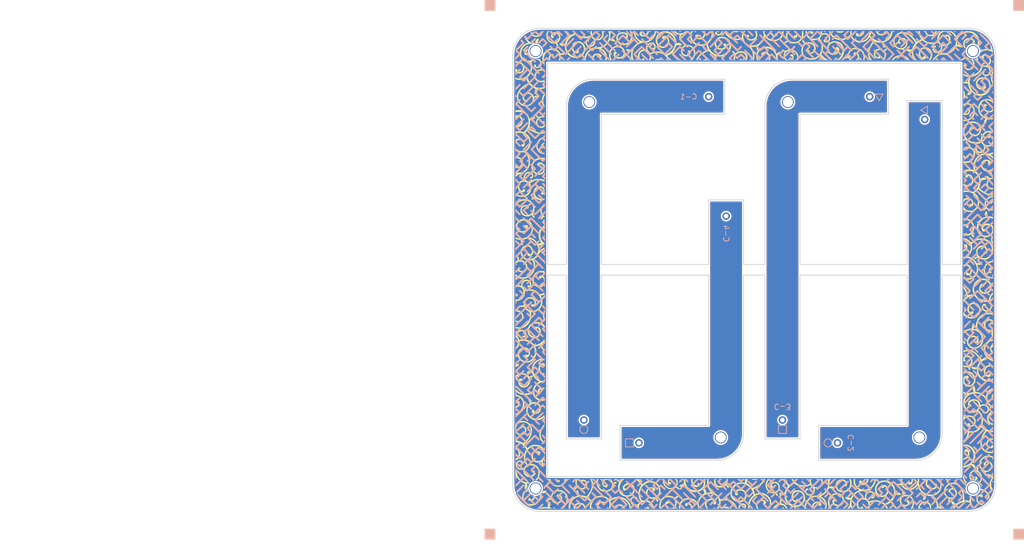
<source format=kicad_pcb>
(kicad_pcb (version 20211014) (generator pcbnew)
  (title_block (title "Kasumigasane Keypad") (company "@e3w2q"))
  (layers (0 "F.Cu" signal) (31 "B.Cu" signal) (34 "B.Paste" user) (35 "F.Paste" user) (36 "B.SilkS" user "B.Silkscreen") (37 "F.SilkS" user "F.Silkscreen") (38 "B.Mask" user) (39 "F.Mask" user) (44 "Edge.Cuts" user))
  (net 0 "")
  (footprint "#footprint:M2_ThroughHole" (layer "F.Cu") (at 25.75 25.75)
    (fp_text reference "" hide)
    (fp_text value "" hide)
    (pad "" thru_hole circle (at 0 0) (size 2.2 2.2) (drill 1.88) (layers *.Cu *.Mask))
  )
  (footprint "#footprint:1pin_conn_rev3" (layer "F.Cu") (at 34.75 94.5 90)
    (fp_text reference "" hide)
    (fp_text value "" hide)
    (pad "" thru_hole circle (at 0 0 90) (size 1.4 1.4) (drill 0.8128) (layers *.Cu *.Mask))
  )
  (footprint "#footprint:M2_ThroughHole" (layer "F.Cu") (at 35.75 35.25)
    (fp_text reference "" hide)
    (fp_text value "" hide)
  )
  (footprint "#footprint:1pin_conn_rev3" (layer "F.Cu") (at 61.25 82.5 -90)
    (fp_text reference "" hide)
    (fp_text value "" hide)
  )
  (footprint "#footprint:1pin_conn_rev3" (layer "F.Cu") (at 51 34.25 180)
    (fp_text reference "" hide)
    (fp_text value "" hide)
  )
  (footprint "#footprint:1pin_conn_rev3" (layer "F.Cu") (at 108.25 41 90)
    (fp_text reference "" hide)
    (fp_text value "" hide)
  )
  (footprint "#footprint:1pin_conn_rev3" (layer "F.Cu") (at 88 34.25 180)
    (fp_text reference "" hide)
    (fp_text value "" hide)
    (pad "" thru_hole circle (at 0 0 180) (size 1.4 1.4) (drill 0.8128) (layers *.Cu *.Mask))
  )
  (footprint "#footprint:1pin_conn_rev3" (layer "F.Cu") (at 34.75 50.5 90)
    (fp_text reference "" hide)
    (fp_text value "" hide)
  )
  (footprint "#footprint:1pin_conn_rev3" (layer "F.Cu") (at 98.25 38.5 180)
    (fp_text reference "" hide)
    (fp_text value "" hide)
    (pad "" thru_hole circle (at 0 0 180) (size 1.4 1.4) (drill 0.8128) (layers *.Cu *.Mask))
  )
  (footprint "#footprint:1pin_conn_rev3" (layer "F.Cu") (at 92 108.25)
    (fp_text reference "" hide)
    (fp_text value "" hide)
  )
  (footprint "#footprint:1pin_conn_rev3" (layer "F.Cu") (at 108.25 92 -90)
    (fp_text reference "" hide)
    (fp_text value "" hide)
  )
  (footprint "#footprint:M2_ThroughHole" (layer "F.Cu") (at 25.75 25.75)
    (fp_text reference "" hide)
    (fp_text value "" hide)
    (pad "" thru_hole circle (at 0 0) (size 2.2 2.2) (drill 1.88) (layers *.Cu *.Mask))
  )
  (footprint "#footprint:KG-1-karakusa" (layer "F.Cu") (at 66.5 66.5)
    (fp_text reference "G***")
    (fp_text value "LOGO" hide)
  )
  (footprint "#footprint:M2_ThroughHole" (layer "F.Cu") (at 97.25 97.75 180)
    (fp_text reference "" hide)
    (fp_text value "" hide)
    (pad "" thru_hole circle (at 0 0 180) (size 2.2 2.2) (drill 1.88) (layers *.Cu *.Mask))
  )
  (footprint "#footprint:1pin_conn_rev3" (layer "F.Cu") (at 92 24.75)
    (fp_text reference "" hide)
    (fp_text value "" hide)
  )
  (footprint "#footprint:1pin_conn_rev3" (layer "F.Cu") (at 24.75 92 -90)
    (fp_text reference "" hide)
    (fp_text value "" hide)
  )
  (footprint "#footprint:M2_ThroughHole" (layer "F.Cu") (at 25.75 107.25 90)
    (fp_text reference "" hide)
    (fp_text value "" hide)
    (pad "" thru_hole circle (at 0 0 90) (size 2.2 2.2) (drill 1.88) (layers *.Cu *.Mask))
  )
  (footprint "#footprint:1pin_conn_rev3" (layer "F.Cu") (at 71.75 50.5 90)
    (fp_text reference "" hide)
    (fp_text value "" hide)
  )
  (footprint "#footprint:1pin_conn_rev3" (layer "F.Cu") (at 58 34.25 90)
    (fp_text reference "" hide)
    (fp_text value "" hide)
    (pad "" thru_hole circle (at 0 0 90) (size 1.4 1.4) (drill 0.8128) (layers *.Cu *.Mask))
  )
  (footprint "#footprint:M2_ThroughHole" (layer "F.Cu") (at 72.75 35.25)
    (fp_text reference "" hide)
    (fp_text value "" hide)
    (pad "" thru_hole circle (at 0 0) (size 2.2 2.2) (drill 1.88) (layers *.Cu *.Mask))
  )
  (footprint "#footprint:1pin_conn_rev3" (layer "F.Cu") (at 51 34.25 180)
    (fp_text reference "" hide)
    (fp_text value "" hide)
  )
  (footprint "#footprint:1pin_conn_rev3" (layer "F.Cu") (at 45 98.75)
    (fp_text reference "" hide)
    (fp_text value "" hide)
    (pad "" thru_hole circle (at 0 0) (size 1.4 1.4) (drill 0.8128) (layers *.Cu *.Mask))
  )
  (footprint "#footprint:1pin_conn_rev3" (layer "F.Cu") (at 71.75 50.5 90)
    (fp_text reference "" hide)
    (fp_text value "" hide)
  )
  (footprint "#footprint:M2_ThroughHole" (layer "F.Cu") (at 25.75 107.25 90)
    (fp_text reference "" hide)
    (fp_text value "" hide)
    (pad "" thru_hole circle (at 0 0 90) (size 2.2 2.2) (drill 1.88) (layers *.Cu *.Mask))
  )
  (footprint "#footprint:M2_ThroughHole" (layer "F.Cu") (at 107.25 107.25 180)
    (fp_text reference "" hide)
    (fp_text value "" hide)
    (pad "" thru_hole circle (at 0 0 180) (size 2.2 2.2) (drill 1.88) (layers *.Cu *.Mask))
  )
  (footprint "#footprint:M2_ThroughHole" (layer "F.Cu") (at 60.25 97.75 180)
    (fp_text reference "" hide)
    (fp_text value "" hide)
    (pad "" thru_hole circle (at 0 0 180) (size 2.2 2.2) (drill 1.88) (layers *.Cu *.Mask))
  )
  (footprint "#footprint:1pin_conn_rev3" (layer "F.Cu") (at 24.75 41 90)
    (fp_text reference "" hide)
    (fp_text value "" hide)
  )
  (footprint "#footprint:1pin_conn_rev3" (layer "F.Cu") (at 41 108.25 180)
    (fp_text reference "" hide)
    (fp_text value "" hide)
  )
  (footprint "#footprint:1pin_conn_rev3" (layer "F.Cu") (at 71.75 94.5 -90)
    (fp_text reference "" hide)
    (fp_text value "" hide)
    (pad "" thru_hole circle (at 0 0 270) (size 1.4 1.4) (drill 0.8128) (layers *.Cu *.Mask))
  )
  (footprint "#footprint:M2_ThroughHole" (layer "F.Cu") (at 35.75 35.25)
    (fp_text reference "" hide)
    (fp_text value "" hide)
    (pad "" thru_hole circle (at 0 0) (size 2.2 2.2) (drill 1.88) (layers *.Cu *.Mask))
  )
  (footprint "#footprint:1pin_conn_rev3" (layer "F.Cu") (at 82 98.75)
    (fp_text reference "" hide)
    (fp_text value "" hide)
    (pad "" thru_hole circle (at 0 0) (size 1.4 1.4) (drill 0.8128) (layers *.Cu *.Mask))
  )
  (footprint "#footprint:1pin_conn_rev3" (layer "F.Cu") (at 61.25 56.5)
    (fp_text reference "" hide)
    (fp_text value "" hide)
    (pad "" thru_hole circle (at 0 0) (size 1.4 1.4) (drill 0.8128) (layers *.Cu *.Mask))
  )
  (footprint "#footprint:M2_ThroughHole" (layer "F.Cu") (at 107.25 107.25 180)
    (fp_text reference "" hide)
    (fp_text value "" hide)
    (pad "" thru_hole circle (at 0 0 180) (size 2.2 2.2) (drill 1.88) (layers *.Cu *.Mask))
  )
  (footprint "#footprint:M2_ThroughHole" (layer "F.Cu") (at 107.25 25.75 -90)
    (fp_text reference "" hide)
    (fp_text value "" hide)
    (pad "" thru_hole circle (at 0 0 270) (size 2.2 2.2) (drill 1.88) (layers *.Cu *.Mask))
  )
  (footprint "#footprint:1pin_conn_rev3" (layer "F.Cu") (at 41 24.75 180)
    (fp_text reference "" hide)
    (fp_text value "" hide)
  )
  (footprint "#footprint:KG-4-maze" (layer "B.Cu") (at 66.5 66.5 180)
    (fp_text reference "G***")
    (fp_text value "LOGO" hide)
  )
  (gr_rect (start 42.5 98) (end 44 99.5) (layer "B.SilkS") (width 0.15) (fill none))
  (gr_line (start 98.75 36) (end 97.5 36.75) (layer "B.SilkS") (width 0.15))
  (gr_circle (center 34.75 96.25) (end 35.5 96.25) (layer "B.SilkS") (width 0.15) (fill none))
  (gr_line (start 89 33.75) (end 90.5 33.75) (layer "B.SilkS") (width 0.15))
  (gr_line (start 98.75 36) (end 98.75 37.5) (layer "B.SilkS") (width 0.15))
  (gr_rect (start 72.5 95.5) (end 71 97) (layer "B.SilkS") (width 0.15) (fill none))
  (gr_line (start 89 33.75) (end 89.75 35) (layer "B.SilkS") (width 0.15))
  (gr_line (start 98.75 37.5) (end 97.5 36.75) (layer "B.SilkS") (width 0.15))
  (gr_circle (center 80.25 98.75) (end 81 98.75) (layer "B.SilkS") (width 0.15) (fill none))
  (gr_line (start 90.5 33.75) (end 89.75 35) (layer "B.SilkS") (width 0.15))
  (gr_line (start 31.5 67.5) (end 31.5 98) (layer "Edge.Cuts") (width 0.15))
  (gr_line (start 28 105) (end 28 67.5) (layer "Edge.Cuts") (width 0.15))
  (gr_line (start 58 53.5) (end 64.5 53.5) (layer "Edge.Cuts") (width 0.15))
  (gr_line (start 105 67.5) (end 105 105) (layer "Edge.Cuts") (width 0.15))
  (gr_arc (start 106.5 21.5) (mid 110.035534 22.964466) (end 111.5 26.5) (layer "Edge.Cuts") (width 0.15))
  (gr_line (start 26.5 111.5) (end 106.5 111.5) (layer "Edge.Cuts") (width 0.15))
  (gr_line (start 26.5 21.5) (end 106.5 21.5) (layer "Edge.Cuts") (width 0.15))
  (gr_line (start 101.5 65.5) (end 105 65.5) (layer "Edge.Cuts") (width 0.15))
  (gr_line (start 64.5 65.5) (end 64.5 53.5) (layer "Edge.Cuts") (width 0.15))
  (gr_line (start 58 53.5) (end 58 65.5) (layer "Edge.Cuts") (width 0.15))
  (gr_arc (start 64.5 97) (mid 63.035534 100.535534) (end 59.5 102) (layer "Edge.Cuts") (width 0.15))
  (gr_line (start 61 31) (end 36.5 31) (layer "Edge.Cuts") (width 0.15))
  (gr_line (start 78.5 102) (end 78.5 95.5) (layer "Edge.Cuts") (width 0.15))
  (gr_line (start 38 37.5) (end 38 65.5) (layer "Edge.Cuts") (width 0.15))
  (gr_line (start 64.5 65.5) (end 68.5 65.5) (layer "Edge.Cuts") (width 0.15))
  (gr_line (start 58 67.5) (end 58 95.5) (layer "Edge.Cuts") (width 0.15))
  (gr_line (start 105 65.5) (end 105 28) (layer "Edge.Cuts") (width 0.15))
  (gr_line (start 101.5 65.5) (end 101.5 35) (layer "Edge.Cuts") (width 0.15))
  (gr_line (start 64.5 67.5) (end 68.5 67.5) (layer "Edge.Cuts") (width 0.15))
  (gr_line (start 101.5 97) (end 101.5 67.5) (layer "Edge.Cuts") (width 0.15))
  (gr_line (start 75 98) (end 75 67.5) (layer "Edge.Cuts") (width 0.15))
  (gr_line (start 28 65.5) (end 31.5 65.5) (layer "Edge.Cuts") (width 0.15))
  (gr_line (start 75 67.5) (end 95 67.5) (layer "Edge.Cuts") (width 0.15))
  (gr_arc (start 68.5 36) (mid 69.964466 32.464466) (end 73.5 31) (layer "Edge.Cuts") (width 0.15))
  (gr_line (start 91.5 31) (end 91.5 37.5) (layer "Edge.Cuts") (width 0.15))
  (gr_line (start 58 65.5) (end 38 65.5) (layer "Edge.Cuts") (width 0.15))
  (gr_arc (start 31.5 36) (mid 32.964466 32.464466) (end 36.5 31) (layer "Edge.Cuts") (width 0.15))
  (gr_arc (start 111.5 106.5) (mid 110.035534 110.035534) (end 106.5 111.5) (layer "Edge.Cuts") (width 0.15))
  (gr_line (start 78.5 95.5) (end 95 95.5) (layer "Edge.Cuts") (width 0.15))
  (gr_line (start 28 65.5) (end 28 28) (layer "Edge.Cuts") (width 0.15))
  (gr_line (start 75 65.5) (end 95 65.5) (layer "Edge.Cuts") (width 0.15))
  (gr_line (start 58 67.5) (end 38 67.5) (layer "Edge.Cuts") (width 0.15))
  (gr_line (start 68.5 65.5) (end 68.5 36) (layer "Edge.Cuts") (width 0.15))
  (gr_line (start 78.5 102) (end 96.5 102) (layer "Edge.Cuts") (width 0.15))
  (gr_line (start 95 67.5) (end 95 95.5) (layer "Edge.Cuts") (width 0.15))
  (gr_line (start 68.5 67.5) (end 68.5 98) (layer "Edge.Cuts") (width 0.15))
  (gr_line (start 41.5 102) (end 41.5 95.5) (layer "Edge.Cuts") (width 0.15))
  (gr_line (start 61 37.5) (end 61 31) (layer "Edge.Cuts") (width 0.15))
  (gr_line (start 64.5 67.5) (end 64.5 97) (layer "Edge.Cuts") (width 0.15))
  (gr_line (start 31.5 36) (end 31.5 65.5) (layer "Edge.Cuts") (width 0.15))
  (gr_line (start 28 67.5) (end 31.5 67.5) (layer "Edge.Cuts") (width 0.15))
  (gr_line (start 91.5 31) (end 73.5 31) (layer "Edge.Cuts") (width 0.15))
  (gr_line (start 59.5 102) (end 41.5 102) (layer "Edge.Cuts") (width 0.15))
  (gr_line (start 68.5 98) (end 75 98) (layer "Edge.Cuts") (width 0.15))
  (gr_line (start 91.5 37.5) (end 75 37.5) (layer "Edge.Cuts") (width 0.15))
  (gr_line (start 38 98) (end 38 67.5) (layer "Edge.Cuts") (width 0.15))
  (gr_arc (start 21.5 26.5) (mid 22.964466 22.964466) (end 26.5 21.5) (layer "Edge.Cuts") (width 0.15))
  (gr_line (start 101.5 35) (end 95 35) (layer "Edge.Cuts") (width 0.15))
  (gr_line (start 28 28) (end 105 28) (layer "Edge.Cuts") (width 0.15))
  (gr_line (start 28 105) (end 105 105) (layer "Edge.Cuts") (width 0.15))
  (gr_line (start 58 95.5) (end 41.5 95.5) (layer "Edge.Cuts") (width 0.15))
  (gr_line (start 95 35) (end 95 65.5) (layer "Edge.Cuts") (width 0.15))
  (gr_arc (start 26.5 111.5) (mid 22.964466 110.035534) (end 21.5 106.5) (layer "Edge.Cuts") (width 0.15))
  (gr_line (start 61 37.5) (end 38 37.5) (layer "Edge.Cuts") (width 0.15))
  (gr_line (start 111.5 26.5) (end 111.5 106.5) (layer "Edge.Cuts") (width 0.15))
  (gr_line (start 75 65.5) (end 75 37.5) (layer "Edge.Cuts") (width 0.15))
  (gr_line (start 101.5 67.5) (end 105 67.5) (layer "Edge.Cuts") (width 0.15))
  (gr_line (start 31.5 98) (end 38 98) (layer "Edge.Cuts") (width 0.15))
  (gr_line (start 21.5 26.5) (end 21.5 106.5) (layer "Edge.Cuts") (width 0.15))
  (gr_arc (start 101.5 97) (mid 100.035534 100.535534) (end 96.5 102) (layer "Edge.Cuts") (width 0.15))
  (gr_text "C-2" (at 84.5 98.75 90) (layer "B.SilkS") (effects (font (size 1 1)) (justify mirror)))
  (gr_text "C-4" (at 61.25 59.75 270) (layer "B.SilkS") (effects (font (size 1 1)) (justify mirror)))
  (gr_text "C-1" (at 54.25 34.25) (layer "B.SilkS") (effects (font (size 1 1)) (justify mirror)))
  (gr_text "C-3" (at 71.75 92 180) (layer "B.SilkS") (effects (font (size 1 1)) (justify mirror)))
  (zone (net 0) (net_name "") (layers F&B.Cu) (connect_pads (clearance 0.3)) (min_thickness 0.254) (fill yes (thermal_gap 0.508) (thermal_bridge_width 0.508))
    (polygon (pts (xy 111.5 111.5) (xy 21.5 111.5) (xy 21.5 21.5) (xy 111.5 21.5)))
  )
  (zone (net 0) (net_name "") (layers F&B.Cu) (connect_pads (clearance 0)) (min_thickness 0.254)
    (keepout (tracks allowed) (vias allowed) (pads allowed) (copperpour not_allowed) (footprints allowed))
    (fill (thermal_gap 0.508) (thermal_bridge_width 0.508))
    (polygon (pts (xy 58.3 67.5) (xy 37.7 67.5) (xy 37.7 65.5) (xy 58.3 65.5)))
  )
  (zone (net 0) (net_name "") (layers F&B.Cu) (connect_pads (clearance 0)) (min_thickness 0.254)
    (keepout (tracks allowed) (vias allowed) (pads allowed) (copperpour not_allowed) (footprints allowed))
    (fill (thermal_gap 0.508) (thermal_bridge_width 0.508))
    (polygon (pts (xy 95.3 67.5) (xy 74.7 67.5) (xy 74.7 65.5) (xy 95.3 65.5)))
  )
  (zone (net 0) (net_name "") (layers F&B.Cu) (connect_pads (clearance 0)) (min_thickness 0.254)
    (keepout (tracks allowed) (vias allowed) (pads allowed) (copperpour not_allowed) (footprints allowed))
    (fill (thermal_gap 0.508) (thermal_bridge_width 0.508))
    (polygon (pts (xy 31.8 67.5) (xy 27.7 67.5) (xy 27.7 65.5) (xy 31.8 65.5)))
  )
  (zone (net 0) (net_name "") (layers F&B.Cu) (connect_pads (clearance 0)) (min_thickness 0.254)
    (keepout (tracks allowed) (vias allowed) (pads allowed) (copperpour not_allowed) (footprints allowed))
    (fill (thermal_gap 0.508) (thermal_bridge_width 0.508))
    (polygon (pts (xy 105.3 67.5) (xy 101.2 67.5) (xy 101.2 65.5) (xy 105.3 65.5)))
  )
  (zone (net 0) (net_name "") (layers F&B.Cu) (connect_pads (clearance 0)) (min_thickness 0.254)
    (keepout (tracks allowed) (vias allowed) (pads allowed) (copperpour not_allowed) (footprints allowed))
    (fill (thermal_gap 0.508) (thermal_bridge_width 0.508))
    (polygon (pts (xy 68.8 67.5) (xy 64.2 67.5) (xy 64.2 65.5) (xy 68.8 65.5)))
  )
)
</source>
